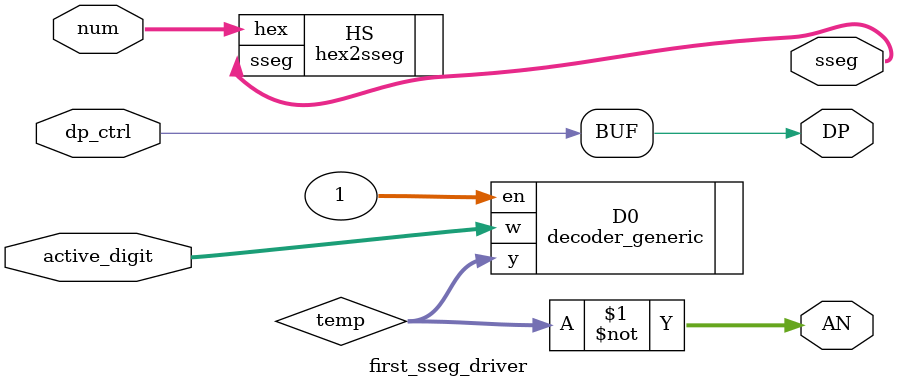
<source format=v>
`timescale 1ns / 1ps


module first_sseg_driver(
        input [2:0] active_digit,
        input [3:0] num,
        input dp_ctrl,
        output [6:0] sseg, 
        output [7:0] AN,
        output DP
    );
    wire [7:0] temp;
    assign DP = dp_ctrl;
    assign AN = ~temp;

    decoder_generic #(.N(3)) D0 (
        .w(active_digit),
        .en(1),
        .y(temp)
    );

    hex2sseg HS (
        .hex(num),
        .sseg(sseg)
    );

endmodule

</source>
